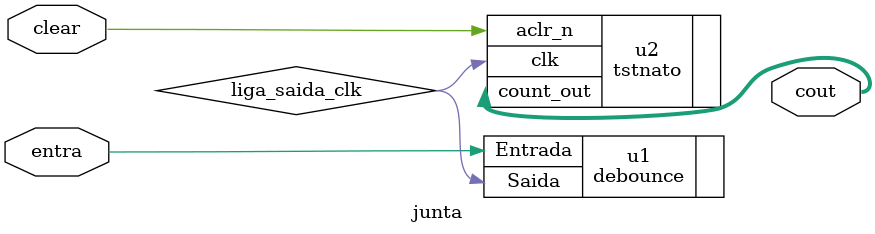
<source format=v>
module junta(
	input entra, clear,
	output [1:0] cout
);

wire liga_saida_clk; 


debounce u1 (.Entrada(entra), .Saida(liga_saida_clk));
tstnato u2 (.clk(liga_saida_clk), .aclr_n (clear), .count_out(cout));

endmodule
</source>
